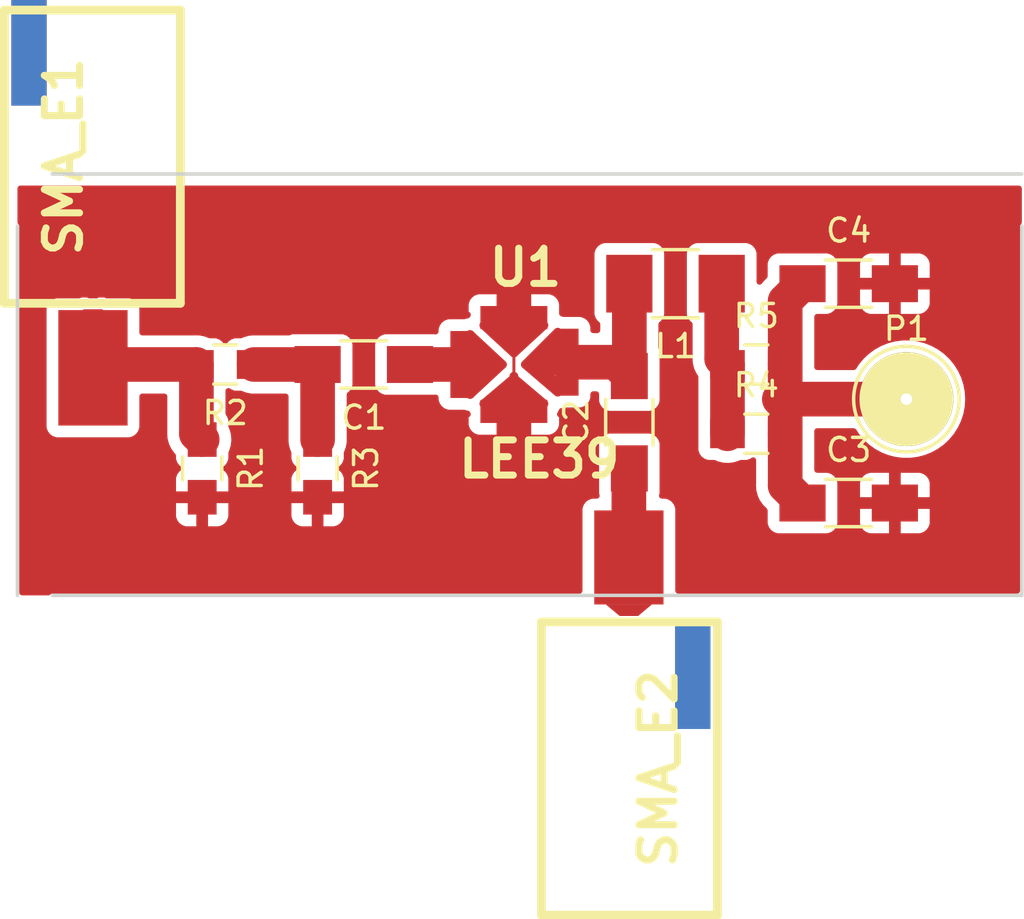
<source format=kicad_pcb>
(kicad_pcb (version 20221018) (generator pcbnew)
  (layers (0 "F.Cu" signal) (31 "B.Cu" signal) (34 "B.Paste" user) (35 "F.Paste" user) (36 "B.SilkS" user "B.Silkscreen") (37 "F.SilkS" user "F.Silkscreen") (38 "B.Mask" user) (39 "F.Mask" user) (44 "Edge.Cuts" user))
  (net 0 "")
  (net 1 "Net-(C1-Pad1)")
  (net 2 "Net-(C1-Pad2)")
  (net 3 "Net-(C2-Pad1)")
  (net 4 "Net-(C2-Pad2)")
  (net 5 "Net-(L1-Pad1)")
  (net 6 "Net-(R1-Pad1)")
  (net 7 "GND")
  (net 8 "+12V")
  (footprint "Capacitors_SMD:C_1206_HandSoldering" (layer "F.Cu") (at 149.5 97 180)
    (fp_text reference "C1" (at 0 -2.3 180) (layer "F.SilkS"))
    (fp_text value "100n")
    (fp_line (start -1 1.025) (end 1 1.025) (stroke (width 0.15)) (layer "F.SilkS"))
    (fp_line (start 1 -1.025) (end -1 -1.025) (stroke (width 0.15)) (layer "F.SilkS"))
    (pad "1" smd rect (at -2 0 180) (size 2 1.6) (layers "F.Cu" "F.Paste" "F.Mask") (net 1 "Net-(C1-Pad1)"))
    (pad "2" smd rect (at 2 0 180) (size 2 1.6) (layers "F.Cu" "F.Paste" "F.Mask") (net 2 "Net-(C1-Pad2)"))
  )
  (footprint "Capacitors_SMD:C_1206_HandSoldering" (layer "F.Cu") (at 161 99.5 90)
    (fp_text reference "C2" (at 0 -2.3 90) (layer "F.SilkS"))
    (fp_text value "100n")
    (fp_line (start -1 1.025) (end 1 1.025) (stroke (width 0.15)) (layer "F.SilkS"))
    (fp_line (start 1 -1.025) (end -1 -1.025) (stroke (width 0.15)) (layer "F.SilkS"))
    (pad "1" smd rect (at -2 0 90) (size 2 1.6) (layers "F.Cu" "F.Paste" "F.Mask") (net 3 "Net-(C2-Pad1)"))
    (pad "2" smd rect (at 2 0 90) (size 2 1.6) (layers "F.Cu" "F.Paste" "F.Mask") (net 4 "Net-(C2-Pad2)"))
  )
  (footprint "Capacitors_SMD:C_1210_HandSoldering" (layer "F.Cu") (at 163 93.5 180)
    (fp_text reference "L1" (at 0 -2.7 180) (layer "F.SilkS"))
    (fp_text value "INDUCTOR")
    (fp_line (start -1 1.475) (end 1 1.475) (stroke (width 0.15)) (layer "F.SilkS"))
    (fp_line (start 1 -1.475) (end -1 -1.475) (stroke (width 0.15)) (layer "F.SilkS"))
    (pad "1" smd rect (at -2 0 180) (size 2 2.5) (layers "F.Cu" "F.Paste" "F.Mask") (net 5 "Net-(L1-Pad1)"))
    (pad "2" smd rect (at 2 0 180) (size 2 2.5) (layers "F.Cu" "F.Paste" "F.Mask") (net 4 "Net-(C2-Pad2)"))
  )
  (footprint "Capacitors_SMD:C_0805_HandSoldering" (layer "F.Cu") (at 142.5 101.5 -90)
    (fp_text reference "R1" (at 0 -2.1 270) (layer "F.SilkS"))
    (fp_text value "294")
    (fp_line (start -0.5 0.85) (end 0.5 0.85) (stroke (width 0.15)) (layer "F.SilkS"))
    (fp_line (start 0.5 -0.85) (end -0.5 -0.85) (stroke (width 0.15)) (layer "F.SilkS"))
    (pad "1" smd rect (at -1.25 0 270) (size 1.5 1.25) (layers "F.Cu" "F.Paste" "F.Mask") (net 6 "Net-(R1-Pad1)"))
    (pad "2" smd rect (at 1.25 0 270) (size 1.5 1.25) (layers "F.Cu" "F.Paste" "F.Mask") (net 7 "GND"))
  )
  (footprint "Capacitors_SMD:C_0805_HandSoldering" (layer "F.Cu") (at 143.5 97 180)
    (fp_text reference "R2" (at 0 -2.1 180) (layer "F.SilkS"))
    (fp_text value "17,8")
    (fp_line (start -0.5 0.85) (end 0.5 0.85) (stroke (width 0.15)) (layer "F.SilkS"))
    (fp_line (start 0.5 -0.85) (end -0.5 -0.85) (stroke (width 0.15)) (layer "F.SilkS"))
    (pad "1" smd rect (at -1.25 0 180) (size 1.5 1.25) (layers "F.Cu" "F.Paste" "F.Mask") (net 2 "Net-(C1-Pad2)"))
    (pad "2" smd rect (at 1.25 0 180) (size 1.5 1.25) (layers "F.Cu" "F.Paste" "F.Mask") (net 6 "Net-(R1-Pad1)"))
  )
  (footprint "Capacitors_SMD:C_0805_HandSoldering" (layer "F.Cu") (at 147.5 101.5 -90)
    (fp_text reference "R3" (at 0 -2.1 270) (layer "F.SilkS"))
    (fp_text value "294")
    (fp_line (start -0.5 0.85) (end 0.5 0.85) (stroke (width 0.15)) (layer "F.SilkS"))
    (fp_line (start 0.5 -0.85) (end -0.5 -0.85) (stroke (width 0.15)) (layer "F.SilkS"))
    (pad "1" smd rect (at -1.25 0 270) (size 1.5 1.25) (layers "F.Cu" "F.Paste" "F.Mask") (net 2 "Net-(C1-Pad2)"))
    (pad "2" smd rect (at 1.25 0 270) (size 1.5 1.25) (layers "F.Cu" "F.Paste" "F.Mask") (net 7 "GND"))
  )
  (footprint "Capacitors_SMD:C_0805_HandSoldering" (layer "F.Cu") (at 166.5 100)
    (fp_text reference "R4" (at 0 -2.1) (layer "F.SilkS"))
    (fp_text value "150")
    (fp_line (start -0.5 0.85) (end 0.5 0.85) (stroke (width 0.15)) (layer "F.SilkS"))
    (fp_line (start 0.5 -0.85) (end -0.5 -0.85) (stroke (width 0.15)) (layer "F.SilkS"))
    (pad "1" smd rect (at -1.25 0) (size 1.5 1.25) (layers "F.Cu" "F.Paste" "F.Mask") (net 5 "Net-(L1-Pad1)"))
    (pad "2" smd rect (at 1.25 0) (size 1.5 1.25) (layers "F.Cu" "F.Paste" "F.Mask") (net 8 "+12V"))
  )
  (footprint "Capacitors_SMD:C_0805_HandSoldering" (layer "F.Cu") (at 166.5 97)
    (fp_text reference "R5" (at 0 -2.1) (layer "F.SilkS"))
    (fp_text value "150")
    (fp_line (start -0.5 0.85) (end 0.5 0.85) (stroke (width 0.15)) (layer "F.SilkS"))
    (fp_line (start 0.5 -0.85) (end -0.5 -0.85) (stroke (width 0.15)) (layer "F.SilkS"))
    (pad "1" smd rect (at -1.25 0) (size 1.5 1.25) (layers "F.Cu" "F.Paste" "F.Mask") (net 5 "Net-(L1-Pad1)"))
    (pad "2" smd rect (at 1.25 0) (size 1.5 1.25) (layers "F.Cu" "F.Paste" "F.Mask") (net 8 "+12V"))
  )
  (footprint "MMIC Amp:SMA_EDGE" (layer "F.Cu") (at 136.5 88 90)
    (fp_text reference "SMA_E1" (at 0 0 90) (layer "F.SilkS") (effects (font (size 1.524 1.524) (thickness 0.3048))))
    (fp_text value "SMA_EDGE" hide)
    (fp_line (start -6.35 -2.5654) (end -6.35 5.0546) (stroke (width 0.381)) (layer "F.SilkS"))
    (fp_line (start -6.35 5.0546) (end 6.35 5.0546) (stroke (width 0.381)) (layer "F.SilkS"))
    (fp_line (start 6.35 -2.5654) (end -6.35 -2.5654) (stroke (width 0.381)) (layer "F.SilkS"))
    (fp_line (start 6.35 5.0546) (end 6.35 -2.5654) (stroke (width 0.381)) (layer "F.SilkS"))
    (pad "1" connect trapezoid (at -6.858 1.27 90) (size 0.50038 1.39954) (rect_delta 0.59944 0) (layers "F.Cu" "F.Mask") (net 7 "GND"))
    (pad "1" connect rect (at 4.5 -1.5 90) (size 4.572 1.524) (layers "*.Cu" "F.Mask") (net 7 "GND"))
    (pad "2" connect rect (at 4.5 -1.5 90) (size 4.572 1.524) (layers "*.Cu" "F.Mask") (net 7 "GND"))
    (pad "3" connect rect (at -9.144 1.27 90) (size 5 3) (layers "F.Cu" "F.Mask") (net 6 "Net-(R1-Pad1)"))
  )
  (footprint "MMIC Amp:SMA_EDGE" (layer "F.Cu") (at 162.25 114.5 -90)
    (fp_text reference "SMA_E2" (at 0 0 270) (layer "F.SilkS") (effects (font (size 1.524 1.524) (thickness 0.3048))))
    (fp_text value "SMA_EDGE" hide)
    (fp_line (start -6.35 -2.5654) (end -6.35 5.0546) (stroke (width 0.381)) (layer "F.SilkS"))
    (fp_line (start -6.35 5.0546) (end 6.35 5.0546) (stroke (width 0.381)) (layer "F.SilkS"))
    (fp_line (start 6.35 -2.5654) (end -6.35 -2.5654) (stroke (width 0.381)) (layer "F.SilkS"))
    (fp_line (start 6.35 5.0546) (end 6.35 -2.5654) (stroke (width 0.381)) (layer "F.SilkS"))
    (pad "1" connect trapezoid (at -6.858 1.27 270) (size 0.50038 1.39954) (rect_delta 0.59944 0) (layers "F.Cu" "F.Mask") (net 7 "GND"))
    (pad "1" connect rect (at -4 -1.5 270) (size 4.572 1.524) (layers "*.Cu" "F.Mask") (net 7 "GND"))
    (pad "2" connect rect (at -4 -1.5 270) (size 4.572 1.524) (layers "*.Cu" "F.Mask") (net 7 "GND"))
    (pad "3" connect rect (at -9.144 1.27 270) (size 4.07162 3) (layers "F.Cu" "F.Mask") (net 3 "Net-(C2-Pad1)"))
  )
  (footprint "MMIC Amp:MMIC" (layer "F.Cu") (at 156 97)
    (fp_text reference "U1" (at 0.50038 -4.20116) (layer "F.SilkS") (effects (font (size 1.524 1.524) (thickness 0.3048))))
    (fp_text value "LEE39" (at 1.09982 4.09956) (layer "F.SilkS") (effects (font (size 1.524 1.524) (thickness 0.3048))))
    (fp_line (start -2.032 1.016) (end -2.032 -1.016) (stroke (width 0.381)) (layer "F.Cu"))
    (fp_line (start -1.6002 -1.00076) (end -1.6002 0.89916) (stroke (width 0.381)) (layer "F.Cu"))
    (fp_line (start -1.19888 -0.50038) (end -1.19888 0.50038) (stroke (width 0.508)) (layer "F.Cu"))
    (fp_line (start -1.016 -1.524) (end 1.016 -1.524) (stroke (width 0.381)) (layer "F.Cu"))
    (fp_line (start -0.89916 -1.6002) (end 0 -0.70104) (stroke (width 0.127)) (layer "F.Cu"))
    (fp_line (start -0.89916 1.50114) (end 0.8001 1.50114) (stroke (width 0.381)) (layer "F.Cu"))
    (fp_line (start -0.50038 0) (end -2.10058 0) (stroke (width 0.381)) (layer "F.Cu"))
    (fp_line (start -0.50038 0) (end -1.89992 -1.30048) (stroke (width 0.381)) (layer "F.Cu"))
    (fp_line (start -0.50038 0) (end -1.89992 1.30048) (stroke (width 0.381)) (layer "F.Cu"))
    (fp_line (start 0 -1.016) (end -1.016 -2.032) (stroke (width 0.381)) (layer "F.Cu"))
    (fp_line (start 0 -1.016) (end 1.016 -2.032) (stroke (width 0.381)) (layer "F.Cu"))
    (fp_line (start 0 -0.70104) (end 0.70104 -1.39954) (stroke (width 0.127)) (layer "F.Cu"))
    (fp_line (start 0 -0.508) (end 0 -2.032) (stroke (width 0.381)) (layer "F.Cu"))
    (fp_line (start 0 -0.50038) (end -1.30048 -1.69926) (stroke (width 0.381)) (layer "F.Cu"))
    (fp_line (start 0 -0.50038) (end 0 0.50038) (stroke (width 0.127)) (layer "F.Cu"))
    (fp_line (start 0 -0.50038) (end 1.30048 -1.69926) (stroke (width 0.381)) (layer "F.Cu"))
    (fp_line (start 0 0.508) (end 0 2.032) (stroke (width 0.381)) (layer "F.Cu"))
    (fp_line (start 0 0.59944) (end -1.30048 1.69926) (stroke (width 0.381)) (layer "F.Cu"))
    (fp_line (start 0 0.59944) (end 1.30048 1.69926) (stroke (width 0.381)) (layer "F.Cu"))
    (fp_line (start 0 1.016) (end -1.016 2.032) (stroke (width 0.381)) (layer "F.Cu"))
    (fp_line (start 0 1.016) (end 1.016 2.032) (stroke (width 0.381)) (layer "F.Cu"))
    (fp_line (start 0.50038 0) (end 1.89992 -1.39954) (stroke (width 0.381)) (layer "F.Cu"))
    (fp_line (start 0.50038 0) (end 1.89992 1.19888) (stroke (width 0.381)) (layer "F.Cu"))
    (fp_line (start 1.016 0) (end 0.508 0) (stroke (width 0.381)) (layer "F.Cu"))
    (fp_line (start 1.016 0) (end 2.032 -1.016) (stroke (width 0.381)) (layer "F.Cu"))
    (fp_line (start 1.016 0) (end 2.032 0) (stroke (width 0.381)) (layer "F.Cu"))
    (fp_line (start 1.016 0) (end 2.032 1.016) (stroke (width 0.381)) (layer "F.Cu"))
    (fp_line (start 1.6002 0.59944) (end 1.6002 -0.59944) (stroke (width 0.381)) (layer "F.Cu"))
    (pad "1" smd rect (at -2.25044 0) (size 1.00076 2.90068) (layers "F.Cu" "F.Paste" "F.Mask") (net 1 "Net-(C1-Pad1)"))
    (pad "2" smd rect (at 0 2.032) (size 2.90068 1.00076) (layers "F.Cu" "F.Paste" "F.Mask") (net 7 "GND"))
    (pad "3" smd rect (at 2.30124 -0.09906) (size 1.00076 2.90068) (layers "F.Cu" "F.Paste" "F.Mask") (net 4 "Net-(C2-Pad2)"))
    (pad "4" smd rect (at 0 -2.032) (size 2.90068 1.00076) (layers "F.Cu" "F.Paste" "F.Mask") (net 7 "GND"))
  )
  (footprint "Capacitors_SMD:C_1206_HandSoldering" (layer "F.Cu") (at 170.5 103)
    (fp_text reference "C3" (at 0 -2.3) (layer "F.SilkS"))
    (fp_text value "100n")
    (fp_line (start -1 1.025) (end 1 1.025) (stroke (width 0.15)) (layer "F.SilkS"))
    (fp_line (start 1 -1.025) (end -1 -1.025) (stroke (width 0.15)) (layer "F.SilkS"))
    (pad "1" smd rect (at -2 0) (size 2 1.6) (layers "F.Cu" "F.Paste" "F.Mask") (net 8 "+12V"))
    (pad "2" smd rect (at 2 0) (size 2 1.6) (layers "F.Cu" "F.Paste" "F.Mask") (net 7 "GND"))
  )
  (footprint "Capacitors_SMD:C_1206_HandSoldering" (layer "F.Cu") (at 170.5 93.5)
    (fp_text reference "C4" (at 0 -2.3) (layer "F.SilkS"))
    (fp_text value "1n")
    (fp_line (start -1 1.025) (end 1 1.025) (stroke (width 0.15)) (layer "F.SilkS"))
    (fp_line (start 1 -1.025) (end -1 -1.025) (stroke (width 0.15)) (layer "F.SilkS"))
    (pad "1" smd rect (at -2 0) (size 2 1.6) (layers "F.Cu" "F.Paste" "F.Mask") (net 8 "+12V"))
    (pad "2" smd rect (at 2 0) (size 2 1.6) (layers "F.Cu" "F.Paste" "F.Mask") (net 7 "GND"))
  )
  (footprint "Connect:1pin" (layer "F.Cu") (at 173 98.5)
    (fp_text reference "P1" (at 0 -3.048) (layer "F.SilkS"))
    (fp_text value "CONN_01X01")
    (fp_circle (center 0 0) (end 0 -2.286) (stroke (width 0.15)) (fill none) (layer "F.SilkS"))
    (pad "1" thru_hole circle (at 0 0) (size 4.064 4.064) (drill 0.5) (layers "*.Cu" "*.Mask" "F.SilkS") (net 8 "+12V"))
  )
  (gr_line (start 178 91) (end 178 107) (stroke (width 0.15)) (layer "Edge.Cuts"))
  (gr_line (start 134.5 107) (end 134.5 91) (stroke (width 0.15)) (layer "Edge.Cuts"))
  (gr_line (start 136 88.75) (end 178 88.75) (stroke (width 0.15)) (layer "Edge.Cuts"))
  (gr_line (start 178 107) (end 136 107) (stroke (width 0.15)) (layer "Edge.Cuts"))
  (segment (start 151.5 97) (end 153.74956 97) (width 1.5) (layer "F.Cu") (net 1))
  (segment (start 147.5 97) (end 144.75 97) (width 1.5) (layer "F.Cu") (net 2))
  (segment (start 147.5 97) (end 147.5 100.25) (width 1.5) (layer "F.Cu") (net 2))
  (segment (start 161 105.586) (end 160.73 105.856) (width 1.5) (layer "F.Cu") (net 3))
  (segment (start 160.98 101.52) (end 161 101.5) (width 1.5) (layer "F.Cu") (net 3))
  (segment (start 160.98 105.356) (end 160.98 101.52) (width 1.5) (layer "F.Cu") (net 3))
  (segment (start 160.40094 96.90094) (end 161 97.5) (width 1.5) (layer "F.Cu") (net 4))
  (segment (start 158.30124 96.90094) (end 160.40094 96.90094) (width 1.5) (layer "F.Cu") (net 4))
  (segment (start 161 97.5) (end 161 93.5) (width 1.5) (layer "F.Cu") (net 4))
  (segment (start 165 96.75) (end 165.25 97) (width 1.5) (layer "F.Cu") (net 5))
  (segment (start 165 93.5) (end 165 96.75) (width 1.5) (layer "F.Cu") (net 5))
  (segment (start 165.25 97) (end 165.25 100) (width 1.5) (layer "F.Cu") (net 5))
  (segment (start 142.25 100) (end 142.5 100.25) (width 1.5) (layer "F.Cu") (net 6))
  (segment (start 137.914 97) (end 137.77 97.144) (width 1.5) (layer "F.Cu") (net 6))
  (segment (start 137.914 97) (end 137.77 97.144) (width 1.5) (layer "F.Cu") (net 6))
  (segment (start 142.25 97) (end 142.25 100) (width 1.5) (layer "F.Cu") (net 6))
  (segment (start 142.25 97) (end 137.914 97) (width 1.5) (layer "F.Cu") (net 6))
  (segment (start 156 92.75) (end 154.75 91.5) (width 1.5) (layer "F.Cu") (net 7))
  (segment (start 156 102.25) (end 154.75 103.5) (width 1.5) (layer "F.Cu") (net 7))
  (segment (start 156 94.968) (end 156 92.75) (width 1.5) (layer "F.Cu") (net 7))
  (segment (start 156 99.032) (end 156 102.25) (width 1.5) (layer "F.Cu") (net 7))
  (segment (start 167.75 94.25) (end 168.5 93.5) (width 1.5) (layer "F.Cu") (net 8))
  (segment (start 167.75 102.25) (end 168.5 103) (width 1.5) (layer "F.Cu") (net 8))
  (segment (start 167.75 98.5) (end 167.5 98.5) (width 1.5) (layer "F.Cu") (net 8))
  (segment (start 167.5 98.5) (end 167.75 98.5) (width 1.5) (layer "F.Cu") (net 8))
  (segment (start 167.75 98.5) (end 167.75 97) (width 1.5) (layer "F.Cu") (net 8))
  (segment (start 173 98.5) (end 167.75 98.5) (width 1.5) (layer "F.Cu") (net 8))
  (segment (start 167.75 100) (end 167.75 98.5) (width 1.5) (layer "F.Cu") (net 8))
  (segment (start 167.75 100) (end 167.75 102.25) (width 1.5) (layer "F.Cu") (net 8))
  (segment (start 167.75 97) (end 167.75 94.25) (width 1.5) (layer "F.Cu") (net 8))
  (zone (net 7) (net_name "GND") (layer "F.Cu") (connect_pads (clearance 0.508)) (min_thickness 0.254) (fill yes (thermal_gap 0.508) (thermal_bridge_width 0.508))
    (polygon (pts (xy 178 107) (xy 134.5 107) (xy 134.5 89.25) (xy 178 89.25)))
  )
)
</source>
